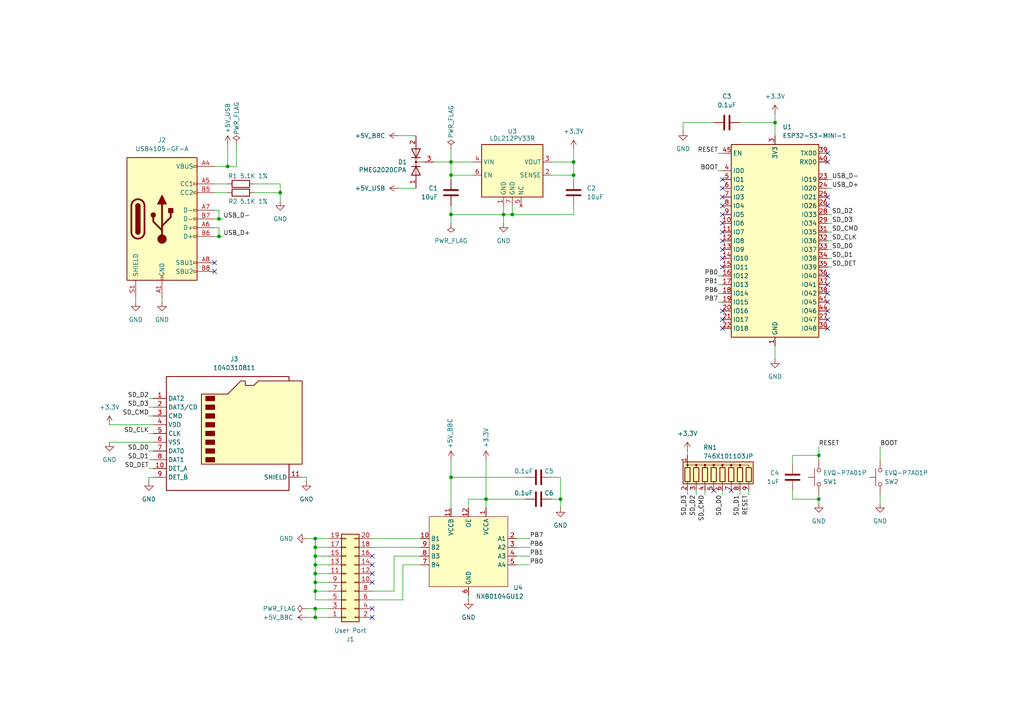
<source format=kicad_sch>
(kicad_sch (version 20231120) (generator "eeschema") (generator_version "8.0")
  (paper "A4")
  (lib_symbols
    (symbol "Connector:Micro_SD_Card_Det2"
      (property "Reference" "J" (at -16.51 17.78 0))
      (property "Value" "Micro_SD_Card_Det2" (at 16.51 17.78 0))
      (symbol "Micro_SD_Card_Det2_0_1"
        (rectangle (start -7.62 -6.985) (end -5.08 -8.255) (stroke (width 0.254)) (fill (type outline)))
        (rectangle (start -7.62 -4.445) (end -5.08 -5.715) (stroke (width 0.254)) (fill (type outline)))
        (rectangle (start -7.62 -1.905) (end -5.08 -3.175) (stroke (width 0.254)) (fill (type outline)))
        (rectangle (start -7.62 0.635) (end -5.08 -0.635) (stroke (width 0.254)) (fill (type outline)))
        (rectangle (start -7.62 3.175) (end -5.08 1.905) (stroke (width 0.254)) (fill (type outline)))
        (rectangle (start -7.62 5.715) (end -5.08 4.445) (stroke (width 0.254)) (fill (type outline)))
        (rectangle (start -7.62 8.255) (end -5.08 6.985) (stroke (width 0.254)) (fill (type outline)))
        (rectangle (start -7.62 10.795) (end -5.08 9.525) (stroke (width 0.254)) (fill (type outline)))
        (polyline (pts (xy 16.51 15.24) (xy 16.51 16.51) (xy -19.05 16.51) (xy -19.05 -16.51) (xy 16.51 -16.51) (xy 16.51 -8.89)) (stroke (width 0.254)))
        (polyline (pts (xy -8.89 -8.89) (xy -8.89 11.43) (xy -1.27 11.43) (xy 2.54 15.24) (xy 3.81 15.24) (xy 3.81 13.97) (xy 6.35 13.97) (xy 7.62 15.24) (xy 20.32 15.24) (xy 20.32 -8.89) (xy -8.89 -8.89)) (stroke (width 0.254)) (fill (type background)))
      )
      (symbol "Micro_SD_Card_Det2_1_1"
        (pin bidirectional line (at -22.86 10.16 0) (length 3.81) (name "DAT2") (number "1"))
        (pin passive line (at -22.86 -10.16 0) (length 3.81) (name "DET_A") (number "10"))
        (pin passive line (at 20.32 -12.7 180) (length 3.81) (name "SHIELD") (number "11"))
        (pin bidirectional line (at -22.86 7.62 0) (length 3.81) (name "DAT3/CD") (number "2"))
        (pin input line (at -22.86 5.08 0) (length 3.81) (name "CMD") (number "3"))
        (pin power_in line (at -22.86 2.54 0) (length 3.81) (name "VDD") (number "4"))
        (pin input line (at -22.86 0 0) (length 3.81) (name "CLK") (number "5"))
        (pin power_in line (at -22.86 -2.54 0) (length 3.81) (name "VSS") (number "6"))
        (pin bidirectional line (at -22.86 -5.08 0) (length 3.81) (name "DAT0") (number "7"))
        (pin bidirectional line (at -22.86 -7.62 0) (length 3.81) (name "DAT1") (number "8"))
        (pin passive line (at -22.86 -12.7 0) (length 3.81) (name "DET_B") (number "9"))
      )
    )
    (symbol "Connector:USB_C_Receptacle_USB2.0_16P" (pin_names (offset 1.016))
      (property "Reference" "J" (at 0 22.225 0))
      (property "Value" "USB_C_Receptacle_USB2.0_16P" (at 0 19.685 0))
      (symbol "USB_C_Receptacle_USB2.0_16P_0_0"
        (rectangle (start -0.254 -17.78) (end 0.254 -16.764))
        (rectangle (start 10.16 -14.986) (end 9.144 -15.494))
        (rectangle (start 10.16 -12.446) (end 9.144 -12.954))
        (rectangle (start 10.16 -4.826) (end 9.144 -5.334))
        (rectangle (start 10.16 -2.286) (end 9.144 -2.794))
        (rectangle (start 10.16 0.254) (end 9.144 -0.254))
        (rectangle (start 10.16 2.794) (end 9.144 2.286))
        (rectangle (start 10.16 7.874) (end 9.144 7.366))
        (rectangle (start 10.16 10.414) (end 9.144 9.906))
        (rectangle (start 10.16 15.494) (end 9.144 14.986))
      )
      (symbol "USB_C_Receptacle_USB2.0_16P_0_1"
        (rectangle (start -10.16 17.78) (end 10.16 -17.78) (stroke (width 0.254)) (fill (type background)))
        (arc (start -8.89 -3.81) (mid -6.985 -5.7067) (end -5.08 -3.81) (stroke (width 0.508)))
        (arc (start -7.62 -3.81) (mid -6.985 -4.4423) (end -6.35 -3.81) (stroke (width 0.254)))
        (arc (start -7.62 -3.81) (mid -6.985 -4.4423) (end -6.35 -3.81) (stroke (width 0.254)) (fill (type outline)))
        (rectangle (start -7.62 -3.81) (end -6.35 3.81) (stroke (width 0.254)) (fill (type outline)))
        (arc (start -6.35 3.81) (mid -6.985 4.4423) (end -7.62 3.81) (stroke (width 0.254)))
        (arc (start -6.35 3.81) (mid -6.985 4.4423) (end -7.62 3.81) (stroke (width 0.254)) (fill (type outline)))
        (arc (start -5.08 3.81) (mid -6.985 5.7067) (end -8.89 3.81) (stroke (width 0.508)))
        (circle (center -2.54 1.143) (radius 0.635) (stroke (width 0.254)) (fill (type outline)))
        (circle (center 0 -5.842) (radius 1.27) (fill (type outline)))
        (polyline (pts (xy -8.89 -3.81) (xy -8.89 3.81)) (stroke (width 0.508)))
        (polyline (pts (xy -5.08 3.81) (xy -5.08 -3.81)) (stroke (width 0.508)))
        (polyline (pts (xy 0 -5.842) (xy 0 4.318)) (stroke (width 0.508)))
        (polyline (pts (xy 0 -3.302) (xy -2.54 -0.762) (xy -2.54 0.508)) (stroke (width 0.508)))
        (polyline (pts (xy 0 -2.032) (xy 2.54 0.508) (xy 2.54 1.778)) (stroke (width 0.508)))
        (polyline (pts (xy -1.27 4.318) (xy 0 6.858) (xy 1.27 4.318) (xy -1.27 4.318)) (stroke (width 0.254)) (fill (type outline)))
        (rectangle (start 1.905 1.778) (end 3.175 3.048) (stroke (width 0.254)) (fill (type outline)))
      )
      (symbol "USB_C_Receptacle_USB2.0_16P_1_1"
        (pin passive line (at 0 -22.86 90) (length 5.08) (name "GND") (number "A1"))
        (pin passive line (at 0 -22.86 90) (length 5.08) hide (name "GND") (number "A12"))
        (pin passive line (at 15.24 15.24 180) (length 5.08) (name "VBUS") (number "A4"))
        (pin bidirectional line (at 15.24 10.16 180) (length 5.08) (name "CC1") (number "A5"))
        (pin bidirectional line (at 15.24 -2.54 180) (length 5.08) (name "D+") (number "A6"))
        (pin bidirectional line (at 15.24 2.54 180) (length 5.08) (name "D-") (number "A7"))
        (pin bidirectional line (at 15.24 -12.7 180) (length 5.08) (name "SBU1") (number "A8"))
        (pin passive line (at 15.24 15.24 180) (length 5.08) hide (name "VBUS") (number "A9"))
        (pin passive line (at 0 -22.86 90) (length 5.08) hide (name "GND") (number "B1"))
        (pin passive line (at 0 -22.86 90) (length 5.08) hide (name "GND") (number "B12"))
        (pin passive line (at 15.24 15.24 180) (length 5.08) hide (name "VBUS") (number "B4"))
        (pin bidirectional line (at 15.24 7.62 180) (length 5.08) (name "CC2") (number "B5"))
        (pin bidirectional line (at 15.24 -5.08 180) (length 5.08) (name "D+") (number "B6"))
        (pin bidirectional line (at 15.24 0 180) (length 5.08) (name "D-") (number "B7"))
        (pin bidirectional line (at 15.24 -15.24 180) (length 5.08) (name "SBU2") (number "B8"))
        (pin passive line (at 15.24 15.24 180) (length 5.08) hide (name "VBUS") (number "B9"))
        (pin passive line (at -7.62 -22.86 90) (length 5.08) (name "SHIELD") (number "S1"))
      )
    )
    (symbol "Connector_Generic:Conn_02x10_Odd_Even" (pin_names (offset 1.016) hide)
      (property "Reference" "J" (at 1.27 12.7 0))
      (property "Value" "Conn_02x10_Odd_Even" (at 1.27 -15.24 0))
      (symbol "Conn_02x10_Odd_Even_1_1"
        (rectangle (start -1.27 -12.573) (end 0 -12.827) (stroke (width 0.1524)))
        (rectangle (start -1.27 -10.033) (end 0 -10.287) (stroke (width 0.1524)))
        (rectangle (start -1.27 -7.493) (end 0 -7.747) (stroke (width 0.1524)))
        (rectangle (start -1.27 -4.953) (end 0 -5.207) (stroke (width 0.1524)))
        (rectangle (start -1.27 -2.413) (end 0 -2.667) (stroke (width 0.1524)))
        (rectangle (start -1.27 0.127) (end 0 -0.127) (stroke (width 0.1524)))
        (rectangle (start -1.27 2.667) (end 0 2.413) (stroke (width 0.1524)))
        (rectangle (start -1.27 5.207) (end 0 4.953) (stroke (width 0.1524)))
        (rectangle (start -1.27 7.747) (end 0 7.493) (stroke (width 0.1524)))
        (rectangle (start -1.27 10.287) (end 0 10.033) (stroke (width 0.1524)))
        (rectangle (start -1.27 11.43) (end 3.81 -13.97) (stroke (width 0.254)) (fill (type background)))
        (rectangle (start 3.81 -12.573) (end 2.54 -12.827) (stroke (width 0.1524)))
        (rectangle (start 3.81 -10.033) (end 2.54 -10.287) (stroke (width 0.1524)))
        (rectangle (start 3.81 -7.493) (end 2.54 -7.747) (stroke (width 0.1524)))
        (rectangle (start 3.81 -4.953) (end 2.54 -5.207) (stroke (width 0.1524)))
        (rectangle (start 3.81 -2.413) (end 2.54 -2.667) (stroke (width 0.1524)))
        (rectangle (start 3.81 0.127) (end 2.54 -0.127) (stroke (width 0.1524)))
        (rectangle (start 3.81 2.667) (end 2.54 2.413) (stroke (width 0.1524)))
        (rectangle (start 3.81 5.207) (end 2.54 4.953) (stroke (width 0.1524)))
        (rectangle (start 3.81 7.747) (end 2.54 7.493) (stroke (width 0.1524)))
        (rectangle (start 3.81 10.287) (end 2.54 10.033) (stroke (width 0.1524)))
        (pin passive line (at -5.08 10.16 0) (length 3.81) (name "Pin_1") (number "1"))
        (pin passive line (at 7.62 0 180) (length 3.81) (name "Pin_10") (number "10"))
        (pin passive line (at -5.08 -2.54 0) (length 3.81) (name "Pin_11") (number "11"))
        (pin passive line (at 7.62 -2.54 180) (length 3.81) (name "Pin_12") (number "12"))
        (pin passive line (at -5.08 -5.08 0) (length 3.81) (name "Pin_13") (number "13"))
        (pin passive line (at 7.62 -5.08 180) (length 3.81) (name "Pin_14") (number "14"))
        (pin passive line (at -5.08 -7.62 0) (length 3.81) (name "Pin_15") (number "15"))
        (pin passive line (at 7.62 -7.62 180) (length 3.81) (name "Pin_16") (number "16"))
        (pin passive line (at -5.08 -10.16 0) (length 3.81) (name "Pin_17") (number "17"))
        (pin passive line (at 7.62 -10.16 180) (length 3.81) (name "Pin_18") (number "18"))
        (pin passive line (at -5.08 -12.7 0) (length 3.81) (name "Pin_19") (number "19"))
        (pin passive line (at 7.62 10.16 180) (length 3.81) (name "Pin_2") (number "2"))
        (pin passive line (at 7.62 -12.7 180) (length 3.81) (name "Pin_20") (number "20"))
        (pin passive line (at -5.08 7.62 0) (length 3.81) (name "Pin_3") (number "3"))
        (pin passive line (at 7.62 7.62 180) (length 3.81) (name "Pin_4") (number "4"))
        (pin passive line (at -5.08 5.08 0) (length 3.81) (name "Pin_5") (number "5"))
        (pin passive line (at 7.62 5.08 180) (length 3.81) (name "Pin_6") (number "6"))
        (pin passive line (at -5.08 2.54 0) (length 3.81) (name "Pin_7") (number "7"))
        (pin passive line (at 7.62 2.54 180) (length 3.81) (name "Pin_8") (number "8"))
        (pin passive line (at -5.08 0 0) (length 3.81) (name "Pin_9") (number "9"))
      )
    )
    (symbol "Device:C" (pin_numbers hide) (pin_names (offset 0.254))
      (property "Reference" "C" (at 0.635 2.54 0))
      (property "Value" "C" (at 0.635 -2.54 0))
      (symbol "C_0_1"
        (polyline (pts (xy -2.032 -0.762) (xy 2.032 -0.762)) (stroke (width 0.508)))
        (polyline (pts (xy -2.032 0.762) (xy 2.032 0.762)) (stroke (width 0.508)))
      )
      (symbol "C_1_1"
        (pin passive line (at 0 3.81 270) (length 2.794) (name "~") (number "1"))
        (pin passive line (at 0 -3.81 90) (length 2.794) (name "~") (number "2"))
      )
    )
    (symbol "Device:D_Dual_CommonCathode_AAK" (pin_names (offset 0.762) hide)
      (property "Reference" "D" (at 1.27 -2.54 0))
      (property "Value" "D_Dual_CommonCathode_AAK" (at 0 2.54 0))
      (symbol "D_Dual_CommonCathode_AAK_0_1"
        (polyline (pts (xy -3.81 0) (xy 3.81 0)))
        (polyline (pts (xy 0 0) (xy 0 -2.54)))
        (polyline (pts (xy -1.27 -1.27) (xy -1.27 1.27) (xy -1.27 1.27)) (stroke (width 0.254)))
        (polyline (pts (xy 1.27 -1.27) (xy 1.27 1.27) (xy 1.27 1.27)) (stroke (width 0.254)))
        (polyline (pts (xy -3.81 1.27) (xy -1.27 0) (xy -3.81 -1.27) (xy -3.81 1.27) (xy -3.81 1.27) (xy -3.81 1.27)) (stroke (width 0.254)))
        (polyline (pts (xy 3.81 -1.27) (xy 1.27 0) (xy 3.81 1.27) (xy 3.81 -1.27) (xy 3.81 -1.27) (xy 3.81 -1.27)) (stroke (width 0.254)))
        (circle (center 0 0) (radius 0.254) (fill (type outline)))
        (pin passive line (at -7.62 0 0) (length 3.81) (name "A") (number "1"))
        (pin passive line (at 7.62 0 180) (length 3.81) (name "A") (number "2"))
        (pin passive line (at 0 -5.08 90) (length 2.54) (name "K") (number "3"))
      )
    )
    (symbol "Device:R" (pin_numbers hide) (pin_names (offset 0))
      (property "Reference" "R" (at 2.032 0 90))
      (property "Value" "R" (at 0 0 90))
      (symbol "R_0_1"
        (rectangle (start -1.016 -2.54) (end 1.016 2.54) (stroke (width 0.254)))
      )
      (symbol "R_1_1"
        (pin passive line (at 0 3.81 270) (length 1.27) (name "~") (number "1"))
        (pin passive line (at 0 -3.81 90) (length 1.27) (name "~") (number "2"))
      )
    )
    (symbol "Device:R_Network08" (pin_names (offset 0) hide)
      (property "Reference" "RN" (at -12.7 0 90))
      (property "Value" "R_Network08" (at 10.16 0 90))
      (symbol "R_Network08_0_1"
        (rectangle (start -11.43 -3.175) (end 8.89 3.175) (stroke (width 0.254)) (fill (type background)))
        (rectangle (start -10.922 1.524) (end -9.398 -2.54) (stroke (width 0.254)))
        (circle (center -10.16 2.286) (radius 0.254) (fill (type outline)))
        (rectangle (start -8.382 1.524) (end -6.858 -2.54) (stroke (width 0.254)))
        (circle (center -7.62 2.286) (radius 0.254) (fill (type outline)))
        (rectangle (start -5.842 1.524) (end -4.318 -2.54) (stroke (width 0.254)))
        (circle (center -5.08 2.286) (radius 0.254) (fill (type outline)))
        (rectangle (start -3.302 1.524) (end -1.778 -2.54) (stroke (width 0.254)))
        (circle (center -2.54 2.286) (radius 0.254) (fill (type outline)))
        (rectangle (start -0.762 1.524) (end 0.762 -2.54) (stroke (width 0.254)))
        (polyline (pts (xy -10.16 -2.54) (xy -10.16 -3.81)))
        (polyline (pts (xy -7.62 -2.54) (xy -7.62 -3.81)))
        (polyline (pts (xy -5.08 -2.54) (xy -5.08 -3.81)))
        (polyline (pts (xy -2.54 -2.54) (xy -2.54 -3.81)))
        (polyline (pts (xy 0 -2.54) (xy 0 -3.81)))
        (polyline (pts (xy 2.54 -2.54) (xy 2.54 -3.81)))
        (polyline (pts (xy 5.08 -2.54) (xy 5.08 -3.81)))
        (polyline (pts (xy 7.62 -2.54) (xy 7.62 -3.81)))
        (polyline (pts (xy -10.16 1.524) (xy -10.16 2.286) (xy -7.62 2.286) (xy -7.62 1.524)))
        (polyline (pts (xy -7.62 1.524) (xy -7.62 2.286) (xy -5.08 2.286) (xy -5.08 1.524)))
        (polyline (pts (xy -5.08 1.524) (xy -5.08 2.286) (xy -2.54 2.286) (xy -2.54 1.524)))
        (polyline (pts (xy -2.54 1.524) (xy -2.54 2.286) (xy 0 2.286) (xy 0 1.524)))
        (polyline (pts (xy 0 1.524) (xy 0 2.286) (xy 2.54 2.286) (xy 2.54 1.524)))
        (polyline (pts (xy 2.54 1.524) (xy 2.54 2.286) (xy 5.08 2.286) (xy 5.08 1.524)))
        (polyline (pts (xy 5.08 1.524) (xy 5.08 2.286) (xy 7.62 2.286) (xy 7.62 1.524)))
        (circle (center 0 2.286) (radius 0.254) (fill (type outline)))
        (rectangle (start 1.778 1.524) (end 3.302 -2.54) (stroke (width 0.254)))
        (circle (center 2.54 2.286) (radius 0.254) (fill (type outline)))
        (rectangle (start 4.318 1.524) (end 5.842 -2.54) (stroke (width 0.254)))
        (circle (center 5.08 2.286) (radius 0.254) (fill (type outline)))
        (rectangle (start 6.858 1.524) (end 8.382 -2.54) (stroke (width 0.254)))
      )
      (symbol "R_Network08_1_1"
        (pin passive line (at -10.16 5.08 270) (length 2.54) (name "common") (number "1"))
        (pin passive line (at -10.16 -5.08 90) (length 1.27) (name "R1") (number "2"))
        (pin passive line (at -7.62 -5.08 90) (length 1.27) (name "R2") (number "3"))
        (pin passive line (at -5.08 -5.08 90) (length 1.27) (name "R3") (number "4"))
        (pin passive line (at -2.54 -5.08 90) (length 1.27) (name "R4") (number "5"))
        (pin passive line (at 0 -5.08 90) (length 1.27) (name "R5") (number "6"))
        (pin passive line (at 2.54 -5.08 90) (length 1.27) (name "R6") (number "7"))
        (pin passive line (at 5.08 -5.08 90) (length 1.27) (name "R7") (number "8"))
        (pin passive line (at 7.62 -5.08 90) (length 1.27) (name "R8") (number "9"))
      )
    )
    (symbol "RF_Module:ESP32-S3-MINI-1"
      (property "Reference" "U" (at -11.43 29.21 0))
      (property "Value" "ESP32-S3-MINI-1" (at 12.7 29.21 0))
      (symbol "ESP32-S3-MINI-1_0_1"
        (rectangle (start -12.7 27.94) (end 12.7 -27.94) (stroke (width 0.254)) (fill (type background)))
      )
      (symbol "ESP32-S3-MINI-1_1_1"
        (pin power_in line (at 0 -30.48 90) (length 2.54) (name "GND") (number "1"))
        (pin bidirectional line (at -15.24 5.08 0) (length 2.54) (name "IO6") (number "10"))
        (pin bidirectional line (at -15.24 2.54 0) (length 2.54) (name "IO7") (number "11"))
        (pin bidirectional line (at -15.24 0 0) (length 2.54) (name "IO8") (number "12"))
        (pin bidirectional line (at -15.24 -2.54 0) (length 2.54) (name "IO9") (number "13"))
        (pin bidirectional line (at -15.24 -5.08 0) (length 2.54) (name "IO10") (number "14"))
        (pin bidirectional line (at -15.24 -7.62 0) (length 2.54) (name "IO11") (number "15"))
        (pin bidirectional line (at -15.24 -10.16 0) (length 2.54) (name "IO12") (number "16"))
        (pin bidirectional line (at -15.24 -12.7 0) (length 2.54) (name "IO13") (number "17"))
        (pin bidirectional line (at -15.24 -15.24 0) (length 2.54) (name "IO14") (number "18"))
        (pin bidirectional line (at -15.24 -17.78 0) (length 2.54) (name "IO15") (number "19"))
        (pin passive line (at 0 -30.48 90) (length 2.54) hide (name "GND") (number "2"))
        (pin bidirectional line (at -15.24 -20.32 0) (length 2.54) (name "IO16") (number "20"))
        (pin bidirectional line (at -15.24 -22.86 0) (length 2.54) (name "IO17") (number "21"))
        (pin bidirectional line (at -15.24 -25.4 0) (length 2.54) (name "IO18") (number "22"))
        (pin bidirectional line (at 15.24 17.78 180) (length 2.54) (name "IO19") (number "23"))
        (pin bidirectional line (at 15.24 15.24 180) (length 2.54) (name "IO20") (number "24"))
        (pin bidirectional line (at 15.24 12.7 180) (length 2.54) (name "IO21") (number "25"))
        (pin bidirectional line (at 15.24 10.16 180) (length 2.54) (name "IO26") (number "26"))
        (pin bidirectional line (at 15.24 -22.86 180) (length 2.54) (name "IO47") (number "27"))
        (pin bidirectional line (at 15.24 7.62 180) (length 2.54) (name "IO33") (number "28"))
        (pin bidirectional line (at 15.24 5.08 180) (length 2.54) (name "IO34") (number "29"))
        (pin power_in line (at 0 30.48 270) (length 2.54) (name "3V3") (number "3"))
        (pin bidirectional line (at 15.24 -25.4 180) (length 2.54) (name "IO48") (number "30"))
        (pin bidirectional line (at 15.24 2.54 180) (length 2.54) (name "IO35") (number "31"))
        (pin bidirectional line (at 15.24 0 180) (length 2.54) (name "IO36") (number "32"))
        (pin bidirectional line (at 15.24 -2.54 180) (length 2.54) (name "IO37") (number "33"))
        (pin bidirectional line (at 15.24 -5.08 180) (length 2.54) (name "IO38") (number "34"))
        (pin bidirectional line (at 15.24 -7.62 180) (length 2.54) (name "IO39") (number "35"))
        (pin bidirectional line (at 15.24 -10.16 180) (length 2.54) (name "IO40") (number "36"))
        (pin bidirectional line (at 15.24 -12.7 180) (length 2.54) (name "IO41") (number "37"))
        (pin bidirectional line (at 15.24 -15.24 180) (length 2.54) (name "IO42") (number "38"))
        (pin bidirectional line (at 15.24 25.4 180) (length 2.54) (name "TXD0") (number "39"))
        (pin bidirectional line (at -15.24 20.32 0) (length 2.54) (name "IO0") (number "4"))
        (pin bidirectional line (at 15.24 22.86 180) (length 2.54) (name "RXD0") (number "40"))
        (pin bidirectional line (at 15.24 -17.78 180) (length 2.54) (name "IO45") (number "41"))
        (pin passive line (at 0 -30.48 90) (length 2.54) hide (name "GND") (number "42"))
        (pin passive line (at 0 -30.48 90) (length 2.54) hide (name "GND") (number "43"))
        (pin bidirectional line (at 15.24 -20.32 180) (length 2.54) (name "IO46") (number "44"))
        (pin input line (at -15.24 25.4 0) (length 2.54) (name "EN") (number "45"))
        (pin passive line (at 0 -30.48 90) (length 2.54) hide (name "GND") (number "46"))
        (pin passive line (at 0 -30.48 90) (length 2.54) hide (name "GND") (number "47"))
        (pin passive line (at 0 -30.48 90) (length 2.54) hide (name "GND") (number "48"))
        (pin passive line (at 0 -30.48 90) (length 2.54) hide (name "GND") (number "49"))
        (pin bidirectional line (at -15.24 17.78 0) (length 2.54) (name "IO1") (number "5"))
        (pin passive line (at 0 -30.48 90) (length 2.54) hide (name "GND") (number "50"))
        (pin passive line (at 0 -30.48 90) (length 2.54) hide (name "GND") (number "51"))
        (pin passive line (at 0 -30.48 90) (length 2.54) hide (name "GND") (number "52"))
        (pin passive line (at 0 -30.48 90) (length 2.54) hide (name "GND") (number "53"))
        (pin passive line (at 0 -30.48 90) (length 2.54) hide (name "GND") (number "54"))
        (pin passive line (at 0 -30.48 90) (length 2.54) hide (name "GND") (number "55"))
        (pin passive line (at 0 -30.48 90) (length 2.54) hide (name "GND") (number "56"))
        (pin passive line (at 0 -30.48 90) (length 2.54) hide (name "GND") (number "57"))
        (pin passive line (at 0 -30.48 90) (length 2.54) hide (name "GND") (number "58"))
        (pin passive line (at 0 -30.48 90) (length 2.54) hide (name "GND") (number "59"))
        (pin bidirectional line (at -15.24 15.24 0) (length 2.54) (name "IO2") (number "6"))
        (pin passive line (at 0 -30.48 90) (length 2.54) hide (name "GND") (number "60"))
        (pin passive line (at 0 -30.48 90) (length 2.54) hide (name "GND") (number "61"))
        (pin passive line (at 0 -30.48 90) (length 2.54) hide (name "GND") (number "62"))
        (pin passive line (at 0 -30.48 90) (length 2.54) hide (name "GND") (number "63"))
        (pin passive line (at 0 -30.48 90) (length 2.54) hide (name "GND") (number "64"))
        (pin passive line (at 0 -30.48 90) (length 2.54) hide (name "GND") (number "65"))
        (pin bidirectional line (at -15.24 12.7 0) (length 2.54) (name "IO3") (number "7"))
        (pin bidirectional line (at -15.24 10.16 0) (length 2.54) (name "IO4") (number "8"))
        (pin bidirectional line (at -15.24 7.62 0) (length 2.54) (name "IO5") (number "9"))
      )
    )
    (symbol "Switch:SW_Push" (pin_numbers hide) (pin_names (offset 1.016) hide)
      (property "Reference" "SW" (at 1.27 2.54 0))
      (property "Value" "SW_Push" (at 0 -1.524 0))
      (symbol "SW_Push_0_1"
        (circle (center -2.032 0) (radius 0.508))
        (polyline (pts (xy 0 1.27) (xy 0 3.048)))
        (polyline (pts (xy 2.54 1.27) (xy -2.54 1.27)))
        (circle (center 2.032 0) (radius 0.508))
        (pin passive line (at -5.08 0 0) (length 2.54) (name "1") (number "1"))
        (pin passive line (at 5.08 0 180) (length 2.54) (name "2") (number "2"))
      )
    )
    (symbol "power:+3.3V" (power) (pin_numbers hide) (pin_names (offset 0) hide)
      (property "Value" "+3.3V" (at 0 3.556 0))
      (symbol "+3.3V_0_1"
        (polyline (pts (xy -0.762 1.27) (xy 0 2.54)))
        (polyline (pts (xy 0 0) (xy 0 2.54)))
        (polyline (pts (xy 0 2.54) (xy 0.762 1.27)))
      )
      (symbol "+3.3V_1_1"
        (pin power_in line (at 0 0 90) (length 0) (name "~") (number "1"))
      )
    )
    (symbol "power:+5V" (power) (pin_numbers hide) (pin_names (offset 0) hide)
      (property "Value" "+5V" (at 0 3.556 0))
      (symbol "+5V_0_1"
        (polyline (pts (xy -0.762 1.27) (xy 0 2.54)))
        (polyline (pts (xy 0 0) (xy 0 2.54)))
        (polyline (pts (xy 0 2.54) (xy 0.762 1.27)))
      )
      (symbol "+5V_1_1"
        (pin power_in line (at 0 0 90) (length 0) (name "~") (number "1"))
      )
    )
    (symbol "power:GND" (power) (pin_numbers hide) (pin_names (offset 0) hide)
      (property "Value" "GND" (at 0 -3.81 0))
      (symbol "GND_0_1"
        (polyline (pts (xy 0 0) (xy 0 -1.27) (xy 1.27 -1.27) (xy 0 -2.54) (xy -1.27 -1.27) (xy 0 -1.27)))
      )
      (symbol "GND_1_1"
        (pin power_in line (at 0 0 270) (length 0) (name "~") (number "1"))
      )
    )
    (symbol "power:PWR_FLAG" (power) (pin_numbers hide) (pin_names (offset 0) hide)
      (property "Value" "PWR_FLAG" (at 0 3.81 0))
      (symbol "PWR_FLAG_0_0"
        (pin power_out line (at 0 0 90) (length 0) (name "~") (number "1"))
      )
      (symbol "PWR_FLAG_0_1"
        (polyline (pts (xy 0 0) (xy 0 1.27) (xy -1.016 1.905) (xy 0 2.54) (xy 1.016 1.905) (xy 0 1.27)))
      )
    )
    (symbol "timhawes:LDL212P"
      (property "Reference" "U" (at 2.54 11.938 0))
      (property "Value" "LDL212P" (at 5.334 9.398 0))
      (symbol "LDL212P_0_1"
        (rectangle (start -8.89 7.62) (end 8.89 -7.62) (stroke (width 0.254)) (fill (type background)))
        (pin power_in line (at -2.54 -10.16 90) (length 2.54) (name "GND") (number "1"))
        (pin input line (at 11.43 -1.27 180) (length 2.54) (name "SENSE") (number "2"))
        (pin power_out line (at 11.43 2.54 180) (length 2.54) (name "VOUT") (number "3"))
        (pin power_in line (at -11.43 2.54 0) (length 2.54) (name "VIN") (number "4"))
        (pin input line (at -11.43 -1.27 0) (length 2.54) (name "EN") (number "6"))
      )
      (symbol "LDL212P_1_0"
        (pin no_connect line (at 2.54 -10.16 90) (length 2.54) (name "NC") (number "5"))
        (pin power_in line (at 0 -10.16 90) (length 2.54) (name "GND") (number "7"))
      )
    )
    (symbol "timhawes:NXB0104GU12"
      (property "Reference" "U" (at 0 -0.254 0))
      (symbol "NXB0104GU12_0_0"
        (pin bidirectional line (at 13.97 3.81 180) (length 2.54) (name "B1") (number "10"))
        (pin input line (at 0 12.7 270) (length 2.54) (name "OE") (number "12"))
        (pin bidirectional line (at -13.97 3.81 0) (length 2.54) (name "A1") (number "2"))
        (pin bidirectional line (at -13.97 1.27 0) (length 2.54) (name "A2") (number "3"))
        (pin bidirectional line (at -13.97 -1.27 0) (length 2.54) (name "A3") (number "4"))
        (pin bidirectional line (at -13.97 -3.81 0) (length 2.54) (name "A4") (number "5"))
        (pin bidirectional line (at 13.97 -3.81 180) (length 2.54) (name "B4") (number "7"))
        (pin bidirectional line (at 13.97 -1.27 180) (length 2.54) (name "B3") (number "8"))
        (pin bidirectional line (at 13.97 1.27 180) (length 2.54) (name "B2") (number "9"))
      )
      (symbol "NXB0104GU12_1_0"
        (pin power_in line (at -5.08 12.7 270) (length 2.54) (name "VCCA") (number "1"))
        (pin power_in line (at 5.08 12.7 270) (length 2.54) (name "VCCB") (number "11"))
        (pin power_in line (at 0 -12.7 90) (length 2.54) (name "GND") (number "6"))
      )
      (symbol "NXB0104GU12_1_1"
        (rectangle (start -11.43 10.16) (end 11.43 -10.16) (fill (type background)))
      )
    )
  )
  (junction (at 66.04 48.26))
  (junction (at 166.37 46.99))
  (junction (at 91.44 179.07))
  (junction (at 166.37 50.8))
  (junction (at 237.49 132.08))
  (junction (at 63.5 63.5))
  (junction (at 91.44 158.75))
  (junction (at 130.81 50.8))
  (junction (at 148.59 62.23))
  (junction (at 91.44 163.83))
  (junction (at 140.97 144.78))
  (junction (at 224.79 35.56))
  (junction (at 91.44 168.91))
  (junction (at 91.44 156.21))
  (junction (at 81.28 55.88))
  (junction (at 130.81 138.43))
  (junction (at 63.5 68.58))
  (junction (at 91.44 171.45))
  (junction (at 130.81 62.23))
  (junction (at 130.81 46.99))
  (junction (at 91.44 176.53))
  (junction (at 146.05 62.23))
  (junction (at 162.56 144.78))
  (junction (at 91.44 166.37))
  (junction (at 91.44 161.29))
  (junction (at 237.49 144.78))
  (no_connect (at 107.95 161.29))
  (no_connect (at 240.03 92.71))
  (no_connect (at 62.23 78.74))
  (no_connect (at 207.01 142.24))
  (no_connect (at 107.95 176.53))
  (no_connect (at 209.55 59.69))
  (no_connect (at 240.03 80.01))
  (no_connect (at 209.55 77.47))
  (no_connect (at 240.03 95.25))
  (no_connect (at 209.55 95.25))
  (no_connect (at 209.55 62.23))
  (no_connect (at 107.95 166.37))
  (no_connect (at 209.55 67.31))
  (no_connect (at 209.55 64.77))
  (no_connect (at 240.03 85.09))
  (no_connect (at 62.23 76.2))
  (no_connect (at 240.03 82.55))
  (no_connect (at 209.55 69.85))
  (no_connect (at 107.95 163.83))
  (no_connect (at 212.09 142.24))
  (no_connect (at 209.55 54.61))
  (no_connect (at 209.55 90.17))
  (no_connect (at 209.55 52.07))
  (no_connect (at 240.03 44.45))
  (no_connect (at 107.95 168.91))
  (no_connect (at 240.03 57.15))
  (no_connect (at 240.03 87.63))
  (no_connect (at 107.95 179.07))
  (no_connect (at 240.03 90.17))
  (no_connect (at 240.03 59.69))
  (no_connect (at 240.03 46.99))
  (no_connect (at 209.55 72.39))
  (no_connect (at 209.55 57.15))
  (no_connect (at 209.55 92.71))
  (no_connect (at 209.55 74.93))
  (wire (pts (xy 240.03 77.47) (xy 241.3 77.47)))
  (wire (pts (xy 62.23 53.34) (xy 66.04 53.34)))
  (wire (pts (xy 125.73 46.99) (xy 130.81 46.99)))
  (wire (pts (xy 135.89 172.72) (xy 135.89 173.99)))
  (wire (pts (xy 160.02 50.8) (xy 166.37 50.8)))
  (wire (pts (xy 73.66 53.34) (xy 81.28 53.34)))
  (wire (pts (xy 166.37 62.23) (xy 166.37 59.69)))
  (wire (pts (xy 63.5 63.5) (xy 62.23 63.5)))
  (wire (pts (xy 130.81 59.69) (xy 130.81 62.23)))
  (wire (pts (xy 146.05 62.23) (xy 148.59 62.23)))
  (wire (pts (xy 43.18 125.73) (xy 44.45 125.73)))
  (wire (pts (xy 149.86 161.29) (xy 153.67 161.29)))
  (wire (pts (xy 95.25 158.75) (xy 91.44 158.75)))
  (wire (pts (xy 199.39 142.24) (xy 199.39 143.51)))
  (wire (pts (xy 116.84 163.83) (xy 121.92 163.83)))
  (wire (pts (xy 68.58 41.91) (xy 68.58 48.26)))
  (wire (pts (xy 160.02 46.99) (xy 166.37 46.99)))
  (wire (pts (xy 146.05 59.69) (xy 146.05 62.23)))
  (wire (pts (xy 43.18 133.35) (xy 44.45 133.35)))
  (wire (pts (xy 135.89 144.78) (xy 140.97 144.78)))
  (wire (pts (xy 95.25 163.83) (xy 91.44 163.83)))
  (wire (pts (xy 204.47 142.24) (xy 204.47 143.51)))
  (wire (pts (xy 240.03 62.23) (xy 241.3 62.23)))
  (wire (pts (xy 91.44 158.75) (xy 91.44 156.21)))
  (wire (pts (xy 237.49 129.54) (xy 237.49 132.08)))
  (wire (pts (xy 63.5 63.5) (xy 64.77 63.5)))
  (wire (pts (xy 199.39 130.81) (xy 199.39 132.08)))
  (wire (pts (xy 237.49 144.78) (xy 237.49 143.51)))
  (wire (pts (xy 198.12 38.1) (xy 198.12 35.56)))
  (wire (pts (xy 130.81 133.35) (xy 130.81 138.43)))
  (wire (pts (xy 240.03 52.07) (xy 241.3 52.07)))
  (wire (pts (xy 91.44 161.29) (xy 91.44 158.75)))
  (wire (pts (xy 255.27 129.54) (xy 255.27 133.35)))
  (wire (pts (xy 237.49 146.05) (xy 237.49 144.78)))
  (wire (pts (xy 224.79 35.56) (xy 224.79 39.37)))
  (wire (pts (xy 214.63 35.56) (xy 224.79 35.56)))
  (wire (pts (xy 140.97 133.35) (xy 140.97 144.78)))
  (wire (pts (xy 237.49 132.08) (xy 237.49 133.35)))
  (wire (pts (xy 240.03 54.61) (xy 241.3 54.61)))
  (wire (pts (xy 240.03 72.39) (xy 241.3 72.39)))
  (wire (pts (xy 198.12 35.56) (xy 207.01 35.56)))
  (wire (pts (xy 63.5 60.96) (xy 63.5 63.5)))
  (wire (pts (xy 135.89 147.32) (xy 135.89 144.78)))
  (wire (pts (xy 62.23 66.04) (xy 63.5 66.04)))
  (wire (pts (xy 88.9 156.21) (xy 91.44 156.21)))
  (wire (pts (xy 95.25 168.91) (xy 91.44 168.91)))
  (wire (pts (xy 208.28 44.45) (xy 209.55 44.45)))
  (wire (pts (xy 43.18 138.43) (xy 43.18 139.7)))
  (wire (pts (xy 95.25 176.53) (xy 91.44 176.53)))
  (wire (pts (xy 240.03 64.77) (xy 241.3 64.77)))
  (wire (pts (xy 229.87 132.08) (xy 237.49 132.08)))
  (wire (pts (xy 229.87 144.78) (xy 237.49 144.78)))
  (wire (pts (xy 130.81 46.99) (xy 130.81 50.8)))
  (wire (pts (xy 91.44 171.45) (xy 91.44 168.91)))
  (wire (pts (xy 39.37 86.36) (xy 39.37 87.63)))
  (wire (pts (xy 95.25 166.37) (xy 91.44 166.37)))
  (wire (pts (xy 209.55 142.24) (xy 209.55 143.51)))
  (wire (pts (xy 224.79 33.02) (xy 224.79 35.56)))
  (wire (pts (xy 31.75 128.27) (xy 44.45 128.27)))
  (wire (pts (xy 43.18 118.11) (xy 44.45 118.11)))
  (wire (pts (xy 229.87 142.24) (xy 229.87 144.78)))
  (wire (pts (xy 240.03 67.31) (xy 241.3 67.31)))
  (wire (pts (xy 209.55 80.01) (xy 208.28 80.01)))
  (wire (pts (xy 43.18 135.89) (xy 44.45 135.89)))
  (wire (pts (xy 148.59 62.23) (xy 166.37 62.23)))
  (wire (pts (xy 201.93 142.24) (xy 201.93 143.51)))
  (wire (pts (xy 148.59 59.69) (xy 148.59 62.23)))
  (wire (pts (xy 66.04 48.26) (xy 66.04 41.91)))
  (wire (pts (xy 114.3 161.29) (xy 121.92 161.29)))
  (wire (pts (xy 91.44 163.83) (xy 91.44 161.29)))
  (wire (pts (xy 62.23 60.96) (xy 63.5 60.96)))
  (wire (pts (xy 162.56 138.43) (xy 160.02 138.43)))
  (wire (pts (xy 162.56 147.32) (xy 162.56 144.78)))
  (wire (pts (xy 130.81 62.23) (xy 130.81 64.77)))
  (wire (pts (xy 255.27 143.51) (xy 255.27 146.05)))
  (wire (pts (xy 43.18 120.65) (xy 44.45 120.65)))
  (wire (pts (xy 95.25 173.99) (xy 91.44 173.99)))
  (wire (pts (xy 115.57 39.37) (xy 120.65 39.37)))
  (wire (pts (xy 91.44 166.37) (xy 91.44 163.83)))
  (wire (pts (xy 121.92 156.21) (xy 107.95 156.21)))
  (wire (pts (xy 229.87 132.08) (xy 229.87 134.62)))
  (wire (pts (xy 63.5 66.04) (xy 63.5 68.58)))
  (wire (pts (xy 95.25 171.45) (xy 91.44 171.45)))
  (wire (pts (xy 114.3 171.45) (xy 114.3 161.29)))
  (wire (pts (xy 44.45 138.43) (xy 43.18 138.43)))
  (wire (pts (xy 115.57 54.61) (xy 120.65 54.61)))
  (wire (pts (xy 63.5 68.58) (xy 62.23 68.58)))
  (wire (pts (xy 107.95 171.45) (xy 114.3 171.45)))
  (wire (pts (xy 66.04 48.26) (xy 68.58 48.26)))
  (wire (pts (xy 81.28 55.88) (xy 81.28 58.42)))
  (wire (pts (xy 46.99 86.36) (xy 46.99 87.63)))
  (wire (pts (xy 91.44 173.99) (xy 91.44 171.45)))
  (wire (pts (xy 88.9 138.43) (xy 88.9 139.7)))
  (wire (pts (xy 130.81 62.23) (xy 146.05 62.23)))
  (wire (pts (xy 214.63 142.24) (xy 214.63 143.51)))
  (wire (pts (xy 149.86 163.83) (xy 153.67 163.83)))
  (wire (pts (xy 240.03 69.85) (xy 241.3 69.85)))
  (wire (pts (xy 62.23 55.88) (xy 66.04 55.88)))
  (wire (pts (xy 91.44 179.07) (xy 91.44 176.53)))
  (wire (pts (xy 140.97 144.78) (xy 140.97 147.32)))
  (wire (pts (xy 130.81 138.43) (xy 130.81 147.32)))
  (wire (pts (xy 81.28 53.34) (xy 81.28 55.88)))
  (wire (pts (xy 130.81 46.99) (xy 137.16 46.99)))
  (wire (pts (xy 130.81 43.18) (xy 130.81 46.99)))
  (wire (pts (xy 130.81 50.8) (xy 130.81 52.07)))
  (wire (pts (xy 116.84 173.99) (xy 116.84 163.83)))
  (wire (pts (xy 240.03 74.93) (xy 241.3 74.93)))
  (wire (pts (xy 152.4 138.43) (xy 130.81 138.43)))
  (wire (pts (xy 166.37 43.18) (xy 166.37 46.99)))
  (wire (pts (xy 146.05 62.23) (xy 146.05 64.77)))
  (wire (pts (xy 43.18 130.81) (xy 44.45 130.81)))
  (wire (pts (xy 224.79 100.33) (xy 224.79 104.14)))
  (wire (pts (xy 166.37 46.99) (xy 166.37 50.8)))
  (wire (pts (xy 88.9 179.07) (xy 91.44 179.07)))
  (wire (pts (xy 208.28 49.53) (xy 209.55 49.53)))
  (wire (pts (xy 209.55 87.63) (xy 208.28 87.63)))
  (wire (pts (xy 95.25 179.07) (xy 91.44 179.07)))
  (wire (pts (xy 140.97 144.78) (xy 152.4 144.78)))
  (wire (pts (xy 62.23 48.26) (xy 66.04 48.26)))
  (wire (pts (xy 217.17 142.24) (xy 217.17 143.51)))
  (wire (pts (xy 91.44 168.91) (xy 91.44 166.37)))
  (wire (pts (xy 31.75 123.19) (xy 44.45 123.19)))
  (wire (pts (xy 162.56 144.78) (xy 160.02 144.78)))
  (wire (pts (xy 63.5 68.58) (xy 64.77 68.58)))
  (wire (pts (xy 166.37 52.07) (xy 166.37 50.8)))
  (wire (pts (xy 73.66 55.88) (xy 81.28 55.88)))
  (wire (pts (xy 43.18 115.57) (xy 44.45 115.57)))
  (wire (pts (xy 87.63 138.43) (xy 88.9 138.43)))
  (wire (pts (xy 162.56 144.78) (xy 162.56 138.43)))
  (wire (pts (xy 95.25 156.21) (xy 91.44 156.21)))
  (wire (pts (xy 149.86 156.21) (xy 153.67 156.21)))
  (wire (pts (xy 209.55 82.55) (xy 208.28 82.55)))
  (wire (pts (xy 95.25 161.29) (xy 91.44 161.29)))
  (wire (pts (xy 209.55 85.09) (xy 208.28 85.09)))
  (wire (pts (xy 88.9 176.53) (xy 91.44 176.53)))
  (wire (pts (xy 107.95 173.99) (xy 116.84 173.99)))
  (wire (pts (xy 121.92 158.75) (xy 107.95 158.75)))
  (wire (pts (xy 130.81 50.8) (xy 137.16 50.8)))
  (wire (pts (xy 149.86 158.75) (xy 153.67 158.75)))
  (label "PB0" (at 153.67 163.83 0))
  (label "SD_CMD" (at 43.18 120.65 180))
  (label "PB1" (at 208.28 82.55 180))
  (label "SD_D3" (at 199.39 143.51 270))
  (label "SD_D2" (at 241.3 62.23 0))
  (label "PB7" (at 153.67 156.21 0))
  (label "PB6" (at 208.28 85.09 180))
  (label "SD_D0" (at 241.3 72.39 0))
  (label "SD_D3" (at 241.3 64.77 0))
  (label "SD_CLK" (at 241.3 69.85 0))
  (label "USB_D-" (at 241.3 52.07 0))
  (label "SD_D2" (at 201.93 143.51 270))
  (label "USB_D+" (at 241.3 54.61 0))
  (label "PB6" (at 153.67 158.75 0))
  (label "PB1" (at 153.67 161.29 0))
  (label "SD_D1" (at 241.3 74.93 0))
  (label "BOOT" (at 255.27 129.54 0))
  (label "PB7" (at 208.28 87.63 180))
  (label "RESET" (at 208.28 44.45 180))
  (label "SD_DET" (at 241.3 77.47 0))
  (label "RESET" (at 237.49 129.54 0))
  (label "SD_D2" (at 43.18 115.57 180))
  (label "SD_DET" (at 43.18 135.89 180))
  (label "USB_D+" (at 64.77 68.58 0))
  (label "PB0" (at 208.28 80.01 180))
  (label "USB_D-" (at 64.77 63.5 0))
  (label "BOOT" (at 208.28 49.53 180))
  (label "SD_D0" (at 209.55 143.51 270))
  (label "SD_D3" (at 43.18 118.11 180))
  (label "RESET" (at 217.17 143.51 270))
  (label "SD_CMD" (at 204.47 143.51 270))
  (label "SD_D0" (at 43.18 130.81 180))
  (label "SD_CMD" (at 241.3 67.31 0))
  (label "SD_CLK" (at 43.18 125.73 180))
  (label "SD_D1" (at 214.63 143.51 270))
  (label "SD_D1" (at 43.18 133.35 180))
  (symbol (lib_id "power:GND") (at 135.89 173.99 0) (unit 1)
    (property "Reference" "#PWR020" (effects (hide yes)))
    (property "Value" "GND" (at 135.89 179.07 0))
    (property "Description" "Power symbol creates a global label with name \"GND\" , ground" (effects (hide yes)))
  )
  (symbol (lib_id "power:PWR_FLAG") (at 88.9 176.53 90) (unit 1)
    (property "Reference" "#FLG02" (effects (hide yes)))
    (property "Value" "PWR_FLAG" (at 81.026 176.53 90))
    (property "Description" "Special symbol for telling ERC where power comes from" (effects (hide yes)))
  )
  (symbol (lib_id "RF_Module:ESP32-S3-MINI-1") (at 224.79 69.85 0) (unit 1)
    (property "Reference" "U1" (at 226.9841 36.83 0) (effects (justify left)))
    (property "Value" "ESP32-S3-MINI-1" (at 226.9841 39.37 0) (effects (justify left)))
    (property "Footprint" "RF_Module:ESP32-S2-MINI-1" (effects (hide yes)))
    (property "Datasheet" "https://www.espressif.com/sites/default/files/documentation/esp32-s3-mini-1_mini-1u_datasheet_en.pdf" (effects (hide yes)))
    (property "Description" "RF Module, ESP32-S3 SoC, Wi-Fi 802.11b/g/n, Bluetooth, BLE, 32-bit, 3.3V, SMD, onboard antenna" (effects (hide yes)))
  )
  (symbol (lib_id "power:+3.3V") (at 224.79 33.02 0) (unit 1)
    (property "Reference" "#PWR011" (effects (hide yes)))
    (property "Value" "+3.3V" (at 224.79 27.94 0))
    (property "Description" "Power symbol creates a global label with name \"+3.3V\"" (effects (hide yes)))
  )
  (symbol (lib_id "power:+5V") (at 88.9 179.07 90) (mirror x) (unit 1)
    (property "Reference" "#PWR01" (effects (hide yes)))
    (property "Value" "+5V_BBC" (at 85.09 179.0699 90) (effects (justify left)))
    (property "Description" "Power symbol creates a global label with name \"+5V\"" (effects (hide yes)))
  )
  (symbol (lib_id "power:GND") (at 224.79 104.14 0) (unit 1)
    (property "Reference" "#PWR06" (effects (hide yes)))
    (property "Value" "GND" (at 224.79 109.22 0))
    (property "Description" "Power symbol creates a global label with name \"GND\" , ground" (effects (hide yes)))
  )
  (symbol (lib_id "power:GND") (at 43.18 139.7 0) (unit 1)
    (property "Reference" "#PWR015" (effects (hide yes)))
    (property "Value" "GND" (at 43.18 144.78 0))
    (property "Description" "Power symbol creates a global label with name \"GND\" , ground" (effects (hide yes)))
  )
  (symbol (lib_id "power:+5V") (at 115.57 39.37 90) (unit 1)
    (property "Reference" "#PWR024" (effects (hide yes)))
    (property "Value" "+5V_BBC" (at 111.76 39.3699 90) (effects (justify left)))
    (property "Description" "Power symbol creates a global label with name \"+5V\"" (effects (hide yes)))
  )
  (symbol (lib_id "power:+5V") (at 66.04 41.91 0) (unit 1)
    (property "Reference" "#PWR07" (effects (hide yes)))
    (property "Value" "+5V_USB" (at 66.04 34.29 90))
    (property "Description" "Power symbol creates a global label with name \"+5V\"" (effects (hide yes)))
  )
  (symbol (lib_id "timhawes:LDL212P") (at 148.59 49.53 0) (unit 1)
    (property "Reference" "U3" (at 148.59 38.1 0))
    (property "Value" "LDL212PV33R" (at 148.59 40.132 0))
    (property "Footprint" "timhawes:DFN-6-1EP_2x2mm_P0.5mm_EP1.02x1.6mm" (effects (hide yes)))
    (property "Datasheet" "https://www.st.com/resource/en/datasheet/ldl212.pdf" (effects (hide yes)))
    (property "Description" "High PSRR, low drop linear regulator IC" (effects (hide yes)))
  )
  (symbol (lib_id "Switch:SW_Push") (at 255.27 138.43 90) (mirror x) (unit 1)
    (property "Reference" "SW2" (at 256.54 139.7001 90) (effects (justify right)))
    (property "Value" "EVQ-P7A01P" (at 256.54 137.1601 90) (effects (justify right)))
    (property "Footprint" "Button_Switch_SMD:SW_SPST_EVQP7A" (effects (hide yes)))
    (property "Description" "Push button switch, generic, two pins" (effects (hide yes)))
  )
  (symbol (lib_id "power:GND") (at 198.12 38.1 0) (unit 1)
    (property "Reference" "#PWR012" (effects (hide yes)))
    (property "Value" "GND" (at 198.12 43.18 0))
    (property "Description" "Power symbol creates a global label with name \"GND\" , ground" (effects (hide yes)))
  )
  (symbol (lib_id "power:GND") (at 255.27 146.05 0) (unit 1)
    (property "Reference" "#PWR014" (effects (hide yes)))
    (property "Value" "GND" (at 255.27 151.13 0))
    (property "Description" "Power symbol creates a global label with name \"GND\" , ground" (effects (hide yes)))
  )
  (symbol (lib_id "Connector_Generic:Conn_02x10_Odd_Even") (at 100.33 168.91 0) (mirror x) (unit 1)
    (property "Reference" "J1" (at 101.6 185.42 0))
    (property "Value" "User Port" (at 101.6 182.88 0))
    (property "Footprint" "Connector_PinSocket_2.54mm:PinSocket_2x10_P2.54mm_Horizontal" (effects (hide yes)))
    (property "Description" "Generic connector, double row, 02x10, odd/even pin numbering scheme (row 1 odd numbers, row 2 even numbers), script generated (kicad-library-utils/schlib/autogen/connector/)" (effects (hide yes)))
  )
  (symbol (lib_id "Device:C") (at 210.82 35.56 90) (unit 1)
    (property "Reference" "C3" (at 210.82 27.94 90))
    (property "Value" "0.1uF" (at 210.82 30.48 90))
    (property "Footprint" "Capacitor_SMD:C_0402_1005Metric" (effects (hide yes)))
    (property "Description" "Unpolarized capacitor" (effects (hide yes)))
  )
  (symbol (lib_id "power:+5V") (at 130.81 133.35 0) (unit 1)
    (property "Reference" "#PWR021" (effects (hide yes)))
    (property "Value" "+5V_BBC" (at 130.556 125.73 90))
    (property "Description" "Power symbol creates a global label with name \"+5V\"" (effects (hide yes)))
  )
  (symbol (lib_id "Device:D_Dual_CommonCathode_AAK") (at 120.65 46.99 90) (unit 1)
    (property "Reference" "D1" (at 118.11 46.9899 90) (effects (justify left)))
    (property "Value" "PMEG2020CPA" (at 117.856 49.276 90) (effects (justify left)))
    (property "Footprint" "Package_SON:HUSON-3-1EP_2x2mm_P1.3mm_EP1.1x1.6mm" (effects (hide yes)))
    (property "Description" "Dual diode, common cathode on pin 3" (effects (hide yes)))
  )
  (symbol (lib_id "power:GND") (at 46.99 87.63 0) (unit 1)
    (property "Reference" "#PWR018" (effects (hide yes)))
    (property "Value" "GND" (at 46.99 92.71 0))
    (property "Description" "Power symbol creates a global label with name \"GND\" , ground" (effects (hide yes)))
  )
  (symbol (lib_id "Connector:Micro_SD_Card_Det2") (at 67.31 125.73 0) (unit 1)
    (property "Reference" "J3" (at 67.945 104.14 0))
    (property "Value" "1040310811" (at 67.945 106.68 0))
    (property "Footprint" "Connector_Card:microSD_HC_Molex_104031-0811" (effects (hide yes)))
    (property "Datasheet" "https://www.molex.com/en-us/products/part-detail/1040310811?display=pdf" (effects (hide yes)))
    (property "Description" "Micro SD Card Socket with two card detection pins" (effects (hide yes)))
  )
  (symbol (lib_id "power:GND") (at 237.49 146.05 0) (unit 1)
    (property "Reference" "#PWR016" (effects (hide yes)))
    (property "Value" "GND" (at 237.49 151.13 0))
    (property "Description" "Power symbol creates a global label with name \"GND\" , ground" (effects (hide yes)))
  )
  (symbol (lib_id "power:PWR_FLAG") (at 68.58 41.91 0) (unit 1)
    (property "Reference" "#FLG01" (effects (hide yes)))
    (property "Value" "PWR_FLAG" (at 68.58 34.29 90))
    (property "Description" "Special symbol for telling ERC where power comes from" (effects (hide yes)))
  )
  (symbol (lib_id "Device:R") (at 69.85 55.88 270) (mirror x) (unit 1)
    (property "Reference" "R2" (at 67.564 58.42 90))
    (property "Value" "5.1K 1%" (at 73.66 58.42 90))
    (property "Footprint" "Resistor_SMD:R_0402_1005Metric" (effects (hide yes)))
    (property "Description" "Resistor" (effects (hide yes)))
  )
  (symbol (lib_id "power:+3.3V") (at 31.75 123.19 0) (unit 1)
    (property "Reference" "#PWR08" (effects (hide yes)))
    (property "Value" "+3.3V" (at 31.75 118.11 0))
    (property "Description" "Power symbol creates a global label with name \"+3.3V\"" (effects (hide yes)))
  )
  (symbol (lib_id "power:+5V") (at 115.57 54.61 90) (unit 1)
    (property "Reference" "#PWR04" (effects (hide yes)))
    (property "Value" "+5V_USB" (at 111.76 54.6099 90) (effects (justify left)))
    (property "Description" "Power symbol creates a global label with name \"+5V\"" (effects (hide yes)))
  )
  (symbol (lib_id "Device:R") (at 69.85 53.34 90) (mirror x) (unit 1)
    (property "Reference" "R1" (at 68.834 51.054 90) (effects (justify left)))
    (property "Value" "5.1K 1%" (at 77.724 51.054 90) (effects (justify left)))
    (property "Footprint" "Resistor_SMD:R_0402_1005Metric" (effects (hide yes)))
    (property "Description" "Resistor" (effects (hide yes)))
  )
  (symbol (lib_id "Device:R_Network08") (at 209.55 137.16 0) (unit 1)
    (property "Reference" "RN1" (at 203.962 129.794 0) (effects (justify left)))
    (property "Value" "746X101103JP" (at 203.962 132.334 0) (effects (justify left)))
    (property "Footprint" "timhawes:CTS_746X101103JP" (effects (hide yes)))
    (property "Datasheet" "http://www.vishay.com/docs/31509/csc.pdf" (effects (hide yes)))
    (property "Description" "8 resistor network, star topology, bussed resistors, small symbol" (effects (hide yes)))
  )
  (symbol (lib_id "power:GND") (at 88.9 156.21 270) (mirror x) (unit 1)
    (property "Reference" "#PWR02" (effects (hide yes)))
    (property "Value" "GND" (at 85.09 156.2099 90) (effects (justify right)))
    (property "Description" "Power symbol creates a global label with name \"GND\" , ground" (effects (hide yes)))
  )
  (symbol (lib_id "power:GND") (at 81.28 58.42 0) (unit 1)
    (property "Reference" "#PWR017" (effects (hide yes)))
    (property "Value" "GND" (at 81.28 63.5 0))
    (property "Description" "Power symbol creates a global label with name \"GND\" , ground" (effects (hide yes)))
  )
  (symbol (lib_id "power:+3.3V") (at 199.39 130.81 0) (unit 1)
    (property "Reference" "#PWR013" (effects (hide yes)))
    (property "Value" "+3.3V" (at 199.39 125.73 0))
    (property "Description" "Power symbol creates a global label with name \"+3.3V\"" (effects (hide yes)))
  )
  (symbol (lib_id "power:GND") (at 39.37 87.63 0) (unit 1)
    (property "Reference" "#PWR019" (effects (hide yes)))
    (property "Value" "GND" (at 39.37 92.71 0))
    (property "Description" "Power symbol creates a global label with name \"GND\" , ground" (effects (hide yes)))
  )
  (symbol (lib_id "power:GND") (at 88.9 139.7 0) (unit 1)
    (property "Reference" "#PWR010" (effects (hide yes)))
    (property "Value" "GND" (at 88.9 144.78 0))
    (property "Description" "Power symbol creates a global label with name \"GND\" , ground" (effects (hide yes)))
  )
  (symbol (lib_id "power:GND") (at 31.75 128.27 0) (unit 1)
    (property "Reference" "#PWR09" (effects (hide yes)))
    (property "Value" "GND" (at 31.75 133.35 0))
    (property "Description" "Power symbol creates a global label with name \"GND\" , ground" (effects (hide yes)))
  )
  (symbol (lib_id "Device:C") (at 156.21 138.43 270) (mirror x) (unit 1)
    (property "Reference" "C5" (at 159.258 136.652 90))
    (property "Value" "0.1uF" (at 151.892 136.652 90))
    (property "Footprint" "Capacitor_SMD:C_0402_1005Metric" (effects (hide yes)))
    (property "Description" "Unpolarized capacitor" (effects (hide yes)))
  )
  (symbol (lib_id "power:+3.3V") (at 140.97 133.35 0) (unit 1)
    (property "Reference" "#PWR022" (effects (hide yes)))
    (property "Value" "+3.3V" (at 140.97 127 90))
    (property "Description" "Power symbol creates a global label with name \"+3.3V\"" (effects (hide yes)))
  )
  (symbol (lib_id "Device:C") (at 156.21 144.78 270) (mirror x) (unit 1)
    (property "Reference" "C6" (at 159.258 143.002 90))
    (property "Value" "0.1uF" (at 151.892 143.002 90))
    (property "Footprint" "Capacitor_SMD:C_0402_1005Metric" (effects (hide yes)))
    (property "Description" "Unpolarized capacitor" (effects (hide yes)))
  )
  (symbol (lib_id "Device:C") (at 229.87 138.43 0) (mirror y) (unit 1)
    (property "Reference" "C4" (at 226.06 137.1599 0) (effects (justify left)))
    (property "Value" "1uF" (at 226.06 139.6999 0) (effects (justify left)))
    (property "Footprint" "Capacitor_SMD:C_0402_1005Metric" (effects (hide yes)))
    (property "Description" "Unpolarized capacitor" (effects (hide yes)))
  )
  (symbol (lib_id "power:GND") (at 162.56 147.32 0) (mirror y) (unit 1)
    (property "Reference" "#PWR023" (effects (hide yes)))
    (property "Value" "GND" (at 162.56 152.4 0))
    (property "Description" "Power symbol creates a global label with name \"GND\" , ground" (effects (hide yes)))
  )
  (symbol (lib_id "Device:C") (at 166.37 55.88 0) (unit 1)
    (property "Reference" "C2" (at 170.18 54.6099 0) (effects (justify left)))
    (property "Value" "10uF" (at 170.18 57.1499 0) (effects (justify left)))
    (property "Footprint" "Capacitor_SMD:C_0603_1608Metric" (effects (hide yes)))
    (property "Description" "Unpolarized capacitor" (effects (hide yes)))
  )
  (symbol (lib_id "power:PWR_FLAG") (at 130.81 43.18 0) (unit 1)
    (property "Reference" "#FLG03" (effects (hide yes)))
    (property "Value" "PWR_FLAG" (at 130.81 35.306 90))
    (property "Description" "Special symbol for telling ERC where power comes from" (effects (hide yes)))
  )
  (symbol (lib_id "Connector:USB_C_Receptacle_USB2.0_16P") (at 46.99 63.5 0) (unit 1)
    (property "Reference" "J2" (at 46.99 40.64 0))
    (property "Value" "USB4105-GF-A" (at 46.99 43.18 0))
    (property "Footprint" "Connector_USB:USB_C_Receptacle_GCT_USB4105-xx-A_16P_TopMnt_Horizontal" (effects (hide yes)))
    (property "Datasheet" "https://gct.co/connector/usb4105" (effects (hide yes)))
    (property "Description" "USB 2.0-only 16P Type-C Receptacle connector" (effects (hide yes)))
  )
  (symbol (lib_id "power:PWR_FLAG") (at 130.81 64.77 180) (unit 1)
    (property "Reference" "#FLG04" (effects (hide yes)))
    (property "Value" "PWR_FLAG" (at 130.81 69.85 0))
    (property "Description" "Special symbol for telling ERC where power comes from" (effects (hide yes)))
  )
  (symbol (lib_id "Switch:SW_Push") (at 237.49 138.43 90) (mirror x) (unit 1)
    (property "Reference" "SW1" (at 238.76 139.7001 90) (effects (justify right)))
    (property "Value" "EVQ-P7A01P" (at 238.76 137.1601 90) (effects (justify right)))
    (property "Footprint" "Button_Switch_SMD:SW_SPST_EVQP7A" (effects (hide yes)))
    (property "Description" "Push button switch, generic, two pins" (effects (hide yes)))
  )
  (symbol (lib_id "power:+3.3V") (at 166.37 43.18 0) (unit 1)
    (property "Reference" "#PWR05" (effects (hide yes)))
    (property "Value" "+3.3V" (at 166.37 38.1 0))
    (property "Description" "Power symbol creates a global label with name \"+3.3V\"" (effects (hide yes)))
  )
  (symbol (lib_id "Device:C") (at 130.81 55.88 0) (mirror y) (unit 1)
    (property "Reference" "C1" (at 127 54.6099 0) (effects (justify left)))
    (property "Value" "10uF" (at 127 57.1499 0) (effects (justify left)))
    (property "Footprint" "Capacitor_SMD:C_0603_1608Metric" (effects (hide yes)))
    (property "Description" "Unpolarized capacitor" (effects (hide yes)))
  )
  (symbol (lib_id "timhawes:NXB0104GU12") (at 135.89 160.02 0) (mirror y) (unit 1)
    (property "Reference" "U4" (at 151.638 170.434 0) (effects (justify left)))
    (property "Value" "NXB0104GU12" (at 151.892 172.974 0) (effects (justify left)))
    (property "Footprint" "timhawes:NXP_XQFN12_SOT1174-1" (effects (hide yes)))
    (property "Datasheet" "https://assets.nexperia.com/documents/data-sheet/NXB0104.pdf" (effects (hide yes)))
  )
  (symbol (lib_id "power:GND") (at 146.05 64.77 0) (unit 1)
    (property "Reference" "#PWR03" (effects (hide yes)))
    (property "Value" "GND" (at 146.05 69.85 0))
    (property "Description" "Power symbol creates a global label with name \"GND\" , ground" (effects (hide yes)))
  )
)
</source>
